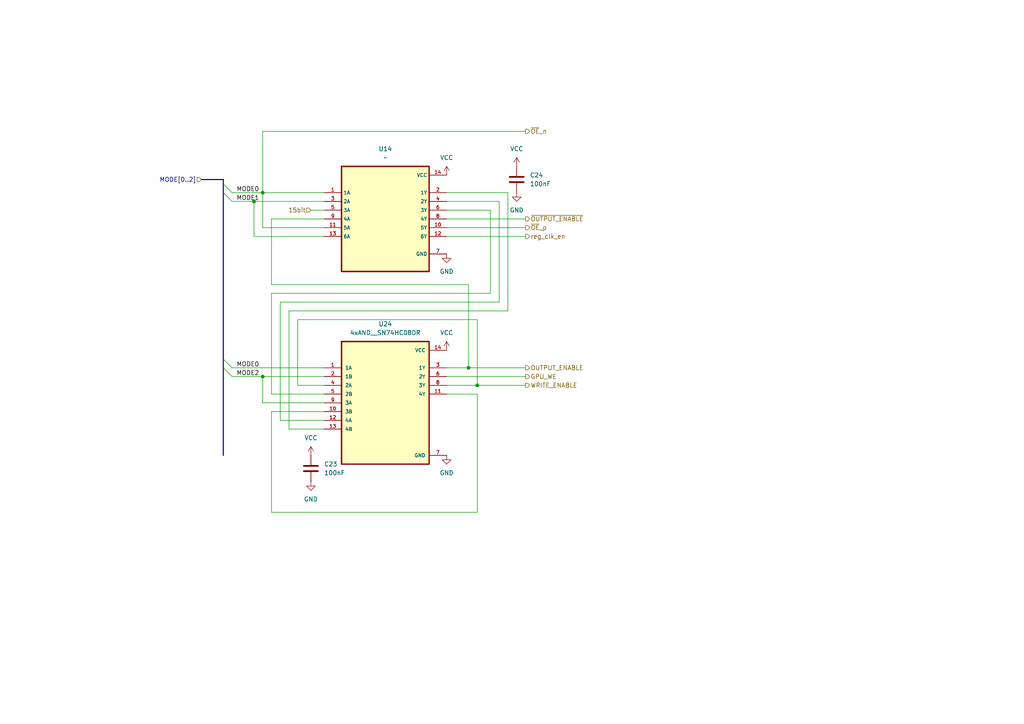
<source format=kicad_sch>
(kicad_sch (version 20250114) (generator "eeschema") (generator_version "9.0")
  (paper "A4")
  (title_block (title "MODE LOGIC"))
  (lib_symbols
    (symbol "Device:C" (pin_numbers (hide yes)) (pin_names (offset 0.254))
      (property "Reference" "C" (at 0.635 2.54 0))
      (property "Value" "C" (at 0.635 -2.54 0))
      (symbol "C_0_1"
        (polyline (pts (xy -2.032 0.762) (xy 2.032 0.762)) (stroke (width 0.508)))
        (polyline (pts (xy -2.032 -0.762) (xy 2.032 -0.762)) (stroke (width 0.508)))
      )
      (symbol "C_1_1"
        (pin passive line (at 0 3.81 270) (length 2.794) (name "~") (number "1"))
        (pin passive line (at 0 -3.81 90) (length 2.794) (name "~") (number "2"))
      )
    )
    (symbol "mALUch_lib:4xAND__SN74HC08DR" (pin_names (offset 1.016))
      (property "Reference" "U" (at -12.7 18.78 0))
      (property "Value" "4xAND__SN74HC08DR" (at -12.7 -21.78 0))
      (symbol "4xAND__SN74HC08DR_0_0"
        (rectangle (start -12.7 -17.78) (end 12.7 17.78) (stroke (width 0.41)) (fill (type background)))
        (pin input line (at -17.78 10.16 0) (length 5.08) (name "1A") (number "1"))
        (pin input line (at -17.78 7.62 0) (length 5.08) (name "1B") (number "2"))
        (pin input line (at -17.78 5.08 0) (length 5.08) (name "2A") (number "4"))
        (pin input line (at -17.78 2.54 0) (length 5.08) (name "2B") (number "5"))
        (pin input line (at -17.78 0 0) (length 5.08) (name "3A") (number "9"))
        (pin input line (at -17.78 -2.54 0) (length 5.08) (name "3B") (number "10"))
        (pin input line (at -17.78 -5.08 0) (length 5.08) (name "4A") (number "12"))
        (pin input line (at -17.78 -7.62 0) (length 5.08) (name "4B") (number "13"))
        (pin power_in line (at 17.78 15.24 180) (length 5.08) (name "VCC") (number "14"))
        (pin output line (at 17.78 10.16 180) (length 5.08) (name "1Y") (number "3"))
        (pin output line (at 17.78 7.62 180) (length 5.08) (name "2Y") (number "6"))
        (pin output line (at 17.78 5.08 180) (length 5.08) (name "3Y") (number "8"))
        (pin output line (at 17.78 2.54 180) (length 5.08) (name "4Y") (number "11"))
        (pin power_in line (at 17.78 -15.24 180) (length 5.08) (name "GND") (number "7"))
      )
    )
    (symbol "mALUch_lib:6xNOT__SN74HC04DR"
      (property "Reference" "U" (at 0 17.78 0))
      (symbol "6xNOT__SN74HC04DR_0_0"
        (rectangle (start -12.7 -15.24) (end 12.7 15.24) (stroke (width 0.41)) (fill (type background)))
        (pin input line (at -17.78 7.62 0) (length 5.08) (name "1A") (number "1"))
        (pin input line (at -17.78 5.08 0) (length 5.08) (name "2A") (number "3"))
        (pin input line (at -17.78 2.54 0) (length 5.08) (name "3A") (number "5"))
        (pin input line (at -17.78 0 0) (length 5.08) (name "4A") (number "9"))
        (pin input line (at -17.78 -2.54 0) (length 5.08) (name "5A") (number "11"))
        (pin input line (at -17.78 -5.08 0) (length 5.08) (name "6A") (number "13"))
        (pin power_in line (at 17.78 12.7 180) (length 5.08) (name "VCC") (number "14"))
        (pin output line (at 17.78 7.62 180) (length 5.08) (name "1Y") (number "2"))
        (pin output line (at 17.78 5.08 180) (length 5.08) (name "2Y") (number "4"))
        (pin output line (at 17.78 2.54 180) (length 5.08) (name "3Y") (number "6"))
        (pin output line (at 17.78 0 180) (length 5.08) (name "4Y") (number "8"))
        (pin output line (at 17.78 -2.54 180) (length 5.08) (name "5Y") (number "10"))
        (pin output line (at 17.78 -5.08 180) (length 5.08) (name "6Y") (number "12"))
        (pin power_in line (at 17.78 -10.16 180) (length 5.08) (name "GND") (number "7"))
      )
    )
    (symbol "power:GND" (power) (pin_numbers (hide yes)) (pin_names (offset 0) (hide yes))
      (property "Value" "GND" (at 0 -3.81 0))
      (symbol "GND_0_1"
        (polyline (pts (xy 0 0) (xy 0 -1.27) (xy 1.27 -1.27) (xy 0 -2.54) (xy -1.27 -1.27) (xy 0 -1.27)))
      )
      (symbol "GND_1_1"
        (pin power_in line (at 0 0 270) (length 0) (name "~") (number "1"))
      )
    )
    (symbol "power:VCC" (power) (pin_numbers (hide yes)) (pin_names (offset 0) (hide yes))
      (property "Value" "VCC" (at 0 3.556 0))
      (symbol "VCC_0_1"
        (polyline (pts (xy -0.762 1.27) (xy 0 2.54)))
        (polyline (pts (xy 0 2.54) (xy 0.762 1.27)))
        (polyline (pts (xy 0 0) (xy 0 2.54)))
      )
      (symbol "VCC_1_1"
        (pin power_in line (at 0 0 90) (length 0) (name "~") (number "1"))
      )
    )
  )
  (junction (at 138.43 111.76))
  (junction (at 135.89 106.68))
  (junction (at 76.2 55.88))
  (junction (at 76.2 109.22))
  (junction (at 73.66 58.42))
  (bus_entry (at 64.77 106.68) (size 2.54 2.54))
  (bus_entry (at 64.77 55.88) (size 2.54 2.54))
  (bus_entry (at 64.77 53.34) (size 2.54 2.54))
  (bus_entry (at 64.77 104.14) (size 2.54 2.54))
  (wire (pts (xy 129.54 109.22) (xy 152.4 109.22)))
  (wire (pts (xy 93.98 109.22) (xy 76.2 109.22)))
  (wire (pts (xy 129.54 60.96) (xy 142.24 60.96)))
  (wire (pts (xy 86.36 111.76) (xy 86.36 92.71)))
  (wire (pts (xy 93.98 68.58) (xy 73.66 68.58)))
  (wire (pts (xy 67.31 106.68) (xy 93.98 106.68)))
  (wire (pts (xy 138.43 111.76) (xy 152.4 111.76)))
  (bus (pts (xy 64.77 55.88) (xy 64.77 104.14)))
  (wire (pts (xy 93.98 124.46) (xy 83.82 124.46)))
  (wire (pts (xy 129.54 55.88) (xy 147.32 55.88)))
  (wire (pts (xy 78.74 63.5) (xy 78.74 82.55)))
  (wire (pts (xy 76.2 109.22) (xy 76.2 116.84)))
  (wire (pts (xy 138.43 92.71) (xy 138.43 111.76)))
  (bus (pts (xy 58.42 52.07) (xy 64.77 52.07)))
  (bus (pts (xy 64.77 106.68) (xy 64.77 132.08)))
  (wire (pts (xy 129.54 58.42) (xy 144.78 58.42)))
  (wire (pts (xy 129.54 111.76) (xy 138.43 111.76)))
  (wire (pts (xy 73.66 68.58) (xy 73.66 58.42)))
  (wire (pts (xy 78.74 114.3) (xy 93.98 114.3)))
  (wire (pts (xy 76.2 55.88) (xy 93.98 55.88)))
  (wire (pts (xy 144.78 58.42) (xy 144.78 87.63)))
  (wire (pts (xy 67.31 58.42) (xy 73.66 58.42)))
  (wire (pts (xy 129.54 63.5) (xy 152.4 63.5)))
  (wire (pts (xy 73.66 58.42) (xy 93.98 58.42)))
  (wire (pts (xy 86.36 92.71) (xy 138.43 92.71)))
  (bus (pts (xy 64.77 53.34) (xy 64.77 55.88)))
  (wire (pts (xy 67.31 55.88) (xy 76.2 55.88)))
  (wire (pts (xy 152.4 38.1) (xy 76.2 38.1)))
  (wire (pts (xy 78.74 148.59) (xy 78.74 119.38)))
  (wire (pts (xy 93.98 111.76) (xy 86.36 111.76)))
  (wire (pts (xy 129.54 106.68) (xy 135.89 106.68)))
  (wire (pts (xy 138.43 114.3) (xy 138.43 148.59)))
  (wire (pts (xy 78.74 119.38) (xy 93.98 119.38)))
  (wire (pts (xy 135.89 82.55) (xy 135.89 106.68)))
  (wire (pts (xy 83.82 90.17) (xy 147.32 90.17)))
  (wire (pts (xy 67.31 109.22) (xy 76.2 109.22)))
  (wire (pts (xy 142.24 85.09) (xy 78.74 85.09)))
  (wire (pts (xy 93.98 63.5) (xy 78.74 63.5)))
  (wire (pts (xy 83.82 124.46) (xy 83.82 90.17)))
  (wire (pts (xy 147.32 55.88) (xy 147.32 90.17)))
  (wire (pts (xy 144.78 87.63) (xy 81.28 87.63)))
  (bus (pts (xy 64.77 52.07) (xy 64.77 53.34)))
  (wire (pts (xy 76.2 116.84) (xy 93.98 116.84)))
  (wire (pts (xy 142.24 60.96) (xy 142.24 85.09)))
  (wire (pts (xy 135.89 106.68) (xy 152.4 106.68)))
  (wire (pts (xy 129.54 114.3) (xy 138.43 114.3)))
  (bus (pts (xy 64.77 104.14) (xy 64.77 106.68)))
  (wire (pts (xy 81.28 87.63) (xy 81.28 121.92)))
  (wire (pts (xy 138.43 148.59) (xy 78.74 148.59)))
  (wire (pts (xy 76.2 38.1) (xy 76.2 55.88)))
  (wire (pts (xy 78.74 82.55) (xy 135.89 82.55)))
  (wire (pts (xy 129.54 66.04) (xy 152.4 66.04)))
  (wire (pts (xy 93.98 66.04) (xy 76.2 66.04)))
  (wire (pts (xy 90.17 60.96) (xy 93.98 60.96)))
  (wire (pts (xy 76.2 66.04) (xy 76.2 55.88)))
  (wire (pts (xy 78.74 85.09) (xy 78.74 114.3)))
  (wire (pts (xy 129.54 68.58) (xy 152.4 68.58)))
  (wire (pts (xy 81.28 121.92) (xy 93.98 121.92)))
  (label "MODE0" (at 68.58 55.88 0))
  (label "MODE2" (at 68.58 109.22 0))
  (label "MODE1" (at 68.58 58.42 0))
  (label "MODE0" (at 68.58 106.68 0))
  (hierarchical_label "~{OE}_p" (shape output) (at 152.4 66.04 0))
  (hierarchical_label "15bit" (shape input) (at 90.17 60.96 180))
  (hierarchical_label "MODE[0..2]" (shape input) (at 58.42 52.07 180))
  (hierarchical_label "reg_clk_en" (shape output) (at 152.4 68.58 0))
  (hierarchical_label "OUTPUT_ENABLE" (shape output) (at 152.4 106.68 0))
  (hierarchical_label "~{OE}_n" (shape output) (at 152.4 38.1 0))
  (hierarchical_label "GPU_WE" (shape output) (at 152.4 109.22 0))
  (hierarchical_label "~{OUTPUT_ENABLE}" (shape output) (at 152.4 63.5 0))
  (hierarchical_label "WRITE_ENABLE" (shape output) (at 152.4 111.76 0))
  (symbol (lib_id "Device:C") (at 149.86 52.07 180) (unit 1)
    (property "Reference" "C24" (at 153.67 50.7999 0) (effects (justify right)))
    (property "Value" "100nF" (at 153.67 53.3399 0) (effects (justify right)))
    (property "Description" "Unpolarized capacitor" (effects (hide yes)))
  )
  (symbol (lib_id "mALUch_lib:4xAND__SN74HC08DR") (at 111.76 116.84 0) (unit 1)
    (property "Reference" "U24" (at 111.76 93.98 0))
    (property "Value" "4xAND__SN74HC08DR" (at 111.76 96.52 0))
    (property "Footprint" "mALUch_lib:SOIC127P600X175-14N" (effects (hide yes)))
    (property "MF" "Texas Instruments" (effects (hide yes)))
    (property "Description_1" "4-ch, 2-input, 2-V to 6-V 5.2 mA drive strength AND gate" (effects (hide yes)))
    (property "Package" "SOIC-14 Texas Instruments" (effects (hide yes)))
    (property "Price" "None" (effects (hide yes)))
    (property "SnapEDA_Link" "https://www.snapeda.com/parts/SN74HC08DR/Texas+Instruments/view-part/?ref=snap" (effects (hide yes)))
    (property "MP" "SN74HC08DR" (effects (hide yes)))
    (property "Availability" "In Stock" (effects (hide yes)))
    (property "Check_prices" "https://www.snapeda.com/parts/SN74HC08DR/Texas+Instruments/view-part/?ref=eda" (effects (hide yes)))
  )
  (symbol (lib_id "power:VCC") (at 149.86 48.26 0) (unit 1)
    (property "Reference" "#PWR0121" (effects (hide yes)))
    (property "Value" "VCC" (at 149.86 43.18 0))
    (property "Description" "Power symbol creates a global label with name \"VCC\"" (effects (hide yes)))
  )
  (symbol (lib_id "power:VCC") (at 90.17 132.08 0) (unit 1)
    (property "Reference" "#PWR0115" (effects (hide yes)))
    (property "Value" "VCC" (at 90.17 127 0))
    (property "Description" "Power symbol creates a global label with name \"VCC\"" (effects (hide yes)))
  )
  (symbol (lib_id "power:GND") (at 129.54 73.66 0) (unit 1)
    (property "Reference" "#PWR0118" (effects (hide yes)))
    (property "Value" "GND" (at 129.54 78.74 0))
    (property "Description" "Power symbol creates a global label with name \"GND\" , ground" (effects (hide yes)))
  )
  (symbol (lib_id "power:GND") (at 129.54 132.08 0) (unit 1)
    (property "Reference" "#PWR0120" (effects (hide yes)))
    (property "Value" "GND" (at 129.54 137.16 0))
    (property "Description" "Power symbol creates a global label with name \"GND\" , ground" (effects (hide yes)))
  )
  (symbol (lib_id "Device:C") (at 90.17 135.89 180) (unit 1)
    (property "Reference" "C23" (at 93.98 134.6199 0) (effects (justify right)))
    (property "Value" "100nF" (at 93.98 137.1599 0) (effects (justify right)))
    (property "Description" "Unpolarized capacitor" (effects (hide yes)))
  )
  (symbol (lib_id "power:GND") (at 149.86 55.88 0) (unit 1)
    (property "Reference" "#PWR0122" (effects (hide yes)))
    (property "Value" "GND" (at 149.86 60.96 0))
    (property "Description" "Power symbol creates a global label with name \"GND\" , ground" (effects (hide yes)))
  )
  (symbol (lib_id "power:VCC") (at 129.54 50.8 0) (unit 1)
    (property "Reference" "#PWR0117" (effects (hide yes)))
    (property "Value" "VCC" (at 129.54 45.72 0))
    (property "Description" "Power symbol creates a global label with name \"VCC\"" (effects (hide yes)))
  )
  (symbol (lib_id "power:GND") (at 90.17 139.7 0) (unit 1)
    (property "Reference" "#PWR0116" (effects (hide yes)))
    (property "Value" "GND" (at 90.17 144.78 0))
    (property "Description" "Power symbol creates a global label with name \"GND\" , ground" (effects (hide yes)))
  )
  (symbol (lib_id "power:VCC") (at 129.54 101.6 0) (unit 1)
    (property "Reference" "#PWR0119" (effects (hide yes)))
    (property "Value" "VCC" (at 129.54 96.52 0))
    (property "Description" "Power symbol creates a global label with name \"VCC\"" (effects (hide yes)))
  )
  (symbol (lib_id "mALUch_lib:6xNOT__SN74HC04DR") (at 111.76 63.5 0) (unit 1)
    (property "Reference" "U14" (at 111.76 43.18 0))
    (property "Value" "~" (at 111.76 45.72 0))
    (property "Footprint" "mALUch_lib:SOIC127P600X175-14N" (effects (hide yes)))
    (property "Datasheet" "https://www.ti.com/lit/ds/symlink/sn74hc04.pdf?ts=1728464704684&ref_url=https%253A%252F%252Fwww.ti.com%252Fproduct%252FSN74HC04%253Futm_source%253Dgoogle%2526utm_medium%253Dcpc%2526utm_campaign%253Dasc-null-null-GPN_EN-cpc-pf-google-wwe%2526utm_content%253DSN74HC04%2526ds_k%253DSN74HC04+Datasheet%2526DCM%253Dyes%2526gad_source%253D1%2526gclid%253DEAIaIQobChMIgYuX0viAiQMV8zsGAB3dwROmEAAYASAAEgJbSPD_BwE%2526gclsrc%253Daw.ds" (effects (hide yes)))
    (property "TME" "https://www.tme.eu/pl/details/sn74hc04dr/bramki-inwertery/texas-instruments/" (effects (hide yes)))
  )
)
</source>
